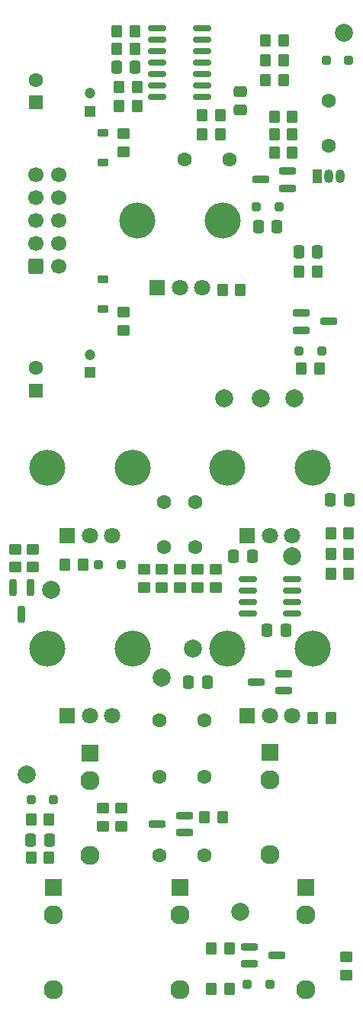
<source format=gbs>
G04 #@! TF.GenerationSoftware,KiCad,Pcbnew,8.0.2-1*
G04 #@! TF.CreationDate,2024-09-28T09:27:31+02:00*
G04 #@! TF.ProjectId,encore,656e636f-7265-42e6-9b69-6361645f7063,rev?*
G04 #@! TF.SameCoordinates,Original*
G04 #@! TF.FileFunction,Soldermask,Bot*
G04 #@! TF.FilePolarity,Negative*
%FSLAX46Y46*%
G04 Gerber Fmt 4.6, Leading zero omitted, Abs format (unit mm)*
G04 Created by KiCad (PCBNEW 8.0.2-1) date 2024-09-28 09:27:31*
%MOMM*%
%LPD*%
G01*
G04 APERTURE LIST*
G04 Aperture macros list*
%AMRoundRect*
0 Rectangle with rounded corners*
0 $1 Rounding radius*
0 $2 $3 $4 $5 $6 $7 $8 $9 X,Y pos of 4 corners*
0 Add a 4 corners polygon primitive as box body*
4,1,4,$2,$3,$4,$5,$6,$7,$8,$9,$2,$3,0*
0 Add four circle primitives for the rounded corners*
1,1,$1+$1,$2,$3*
1,1,$1+$1,$4,$5*
1,1,$1+$1,$6,$7*
1,1,$1+$1,$8,$9*
0 Add four rect primitives between the rounded corners*
20,1,$1+$1,$2,$3,$4,$5,0*
20,1,$1+$1,$4,$5,$6,$7,0*
20,1,$1+$1,$6,$7,$8,$9,0*
20,1,$1+$1,$8,$9,$2,$3,0*%
G04 Aperture macros list end*
%ADD10RoundRect,0.250000X-0.250000X-0.250000X0.250000X-0.250000X0.250000X0.250000X-0.250000X0.250000X0*%
%ADD11RoundRect,0.250000X0.250000X0.250000X-0.250000X0.250000X-0.250000X-0.250000X0.250000X-0.250000X0*%
%ADD12O,4.000000X4.000000*%
%ADD13R,1.800000X1.800000*%
%ADD14C,1.800000*%
%ADD15R,1.930000X1.830000*%
%ADD16C,2.130000*%
%ADD17RoundRect,0.250000X0.337500X0.475000X-0.337500X0.475000X-0.337500X-0.475000X0.337500X-0.475000X0*%
%ADD18RoundRect,0.250000X0.450000X-0.350000X0.450000X0.350000X-0.450000X0.350000X-0.450000X-0.350000X0*%
%ADD19C,1.600000*%
%ADD20RoundRect,0.250000X-0.600000X-0.600000X0.600000X-0.600000X0.600000X0.600000X-0.600000X0.600000X0*%
%ADD21C,1.700000*%
%ADD22RoundRect,0.250000X-0.450000X0.350000X-0.450000X-0.350000X0.450000X-0.350000X0.450000X0.350000X0*%
%ADD23RoundRect,0.250000X-0.337500X-0.475000X0.337500X-0.475000X0.337500X0.475000X-0.337500X0.475000X0*%
%ADD24RoundRect,0.250000X-0.350000X-0.450000X0.350000X-0.450000X0.350000X0.450000X-0.350000X0.450000X0*%
%ADD25RoundRect,0.250000X0.350000X0.450000X-0.350000X0.450000X-0.350000X-0.450000X0.350000X-0.450000X0*%
%ADD26R,1.600000X1.600000*%
%ADD27RoundRect,0.200000X-0.750000X-0.200000X0.750000X-0.200000X0.750000X0.200000X-0.750000X0.200000X0*%
%ADD28C,2.000000*%
%ADD29RoundRect,0.225000X0.375000X-0.225000X0.375000X0.225000X-0.375000X0.225000X-0.375000X-0.225000X0*%
%ADD30RoundRect,0.200000X0.750000X0.200000X-0.750000X0.200000X-0.750000X-0.200000X0.750000X-0.200000X0*%
%ADD31RoundRect,0.150000X0.825000X0.150000X-0.825000X0.150000X-0.825000X-0.150000X0.825000X-0.150000X0*%
%ADD32RoundRect,0.250000X0.475000X-0.337500X0.475000X0.337500X-0.475000X0.337500X-0.475000X-0.337500X0*%
%ADD33R,1.200000X1.200000*%
%ADD34C,1.200000*%
%ADD35RoundRect,0.150000X-0.825000X-0.150000X0.825000X-0.150000X0.825000X0.150000X-0.825000X0.150000X0*%
%ADD36RoundRect,0.200000X-0.200000X0.750000X-0.200000X-0.750000X0.200000X-0.750000X0.200000X0.750000X0*%
%ADD37R,1.050000X1.500000*%
%ADD38O,1.050000X1.500000*%
G04 APERTURE END LIST*
D10*
X77500000Y-157250000D03*
X80000000Y-157250000D03*
D11*
X56000000Y-136800000D03*
X53500000Y-136800000D03*
D12*
X75250000Y-120000000D03*
X84750000Y-120000000D03*
D13*
X77500000Y-127500000D03*
D14*
X80000000Y-127500000D03*
X82500000Y-127500000D03*
D15*
X80000000Y-131520000D03*
D16*
X80000000Y-142920000D03*
X80000000Y-134620000D03*
D12*
X75250000Y-100000000D03*
X84750000Y-100000000D03*
D13*
X77500000Y-107500000D03*
D14*
X80000000Y-107500000D03*
X82500000Y-107500000D03*
D15*
X60000000Y-131600000D03*
D16*
X60000000Y-143000000D03*
X60000000Y-134700000D03*
D12*
X55250000Y-120000000D03*
X64750000Y-120000000D03*
D13*
X57500000Y-127500000D03*
D14*
X60000000Y-127500000D03*
X62500000Y-127500000D03*
D12*
X65250000Y-72500000D03*
X74750000Y-72500000D03*
D13*
X67500000Y-80000000D03*
D14*
X70000000Y-80000000D03*
X72500000Y-80000000D03*
D12*
X55250000Y-100000000D03*
X64750000Y-100000000D03*
D13*
X57500000Y-107500000D03*
D14*
X60000000Y-107500000D03*
X62500000Y-107500000D03*
D15*
X56000000Y-146520000D03*
D16*
X56000000Y-157920000D03*
X56000000Y-149620000D03*
D15*
X70000000Y-146520000D03*
D16*
X70000000Y-157920000D03*
X70000000Y-149620000D03*
D15*
X84000000Y-146520000D03*
D16*
X84000000Y-157920000D03*
X84000000Y-149620000D03*
D17*
X78037500Y-109750000D03*
X75962500Y-109750000D03*
D11*
X88750000Y-54750000D03*
X86250000Y-54750000D03*
D18*
X61500000Y-139750000D03*
X61500000Y-137750000D03*
D19*
X70500000Y-65750000D03*
X75500000Y-65750000D03*
X67750000Y-134250000D03*
X72750000Y-134250000D03*
D20*
X54000000Y-77580000D03*
D21*
X56540000Y-77580000D03*
X54000000Y-75040000D03*
X56540000Y-75040000D03*
X54000000Y-72500000D03*
X56540000Y-72500000D03*
X54000000Y-69960000D03*
X56540000Y-69960000D03*
X54000000Y-67420000D03*
X56540000Y-67420000D03*
D22*
X88500000Y-154250000D03*
X88500000Y-156250000D03*
D23*
X53462500Y-141250000D03*
X55537500Y-141250000D03*
D24*
X83500000Y-89000000D03*
X85500000Y-89000000D03*
D25*
X74500000Y-63000000D03*
X72500000Y-63000000D03*
D26*
X54000000Y-91420000D03*
D19*
X54000000Y-88920000D03*
X72750000Y-128000000D03*
X67750000Y-128000000D03*
D27*
X83500000Y-84700000D03*
X83500000Y-82800000D03*
X86500000Y-83750000D03*
D18*
X53700000Y-111000000D03*
X53700000Y-109000000D03*
D10*
X83250000Y-87000000D03*
X85750000Y-87000000D03*
D28*
X76750000Y-149250000D03*
D24*
X79500000Y-54750000D03*
X81500000Y-54750000D03*
D22*
X68000000Y-111250000D03*
X68000000Y-113250000D03*
D25*
X81500000Y-57000000D03*
X79500000Y-57000000D03*
X88750000Y-107250000D03*
X86750000Y-107250000D03*
D28*
X88250000Y-51750000D03*
D29*
X61500000Y-82320000D03*
X61500000Y-79020000D03*
D18*
X63750000Y-64920000D03*
X63750000Y-62920000D03*
D23*
X79712500Y-118000000D03*
X81787500Y-118000000D03*
X78712500Y-73250000D03*
X80787500Y-73250000D03*
D22*
X51700000Y-109000000D03*
X51700000Y-111000000D03*
D30*
X81500000Y-122800000D03*
X81500000Y-124700000D03*
X78500000Y-123750000D03*
D18*
X63500000Y-139750000D03*
X63500000Y-137750000D03*
D31*
X82475000Y-112345000D03*
X82475000Y-113615000D03*
X82475000Y-114885000D03*
X82475000Y-116155000D03*
X77525000Y-116155000D03*
X77525000Y-114885000D03*
X77525000Y-113615000D03*
X77525000Y-112345000D03*
D25*
X82500000Y-65000000D03*
X80500000Y-65000000D03*
D22*
X72000000Y-111250000D03*
X72000000Y-113250000D03*
D26*
X54000000Y-59420000D03*
D19*
X54000000Y-56920000D03*
D28*
X79000000Y-92250000D03*
X55750000Y-113500000D03*
D22*
X63750000Y-82690000D03*
X63750000Y-84690000D03*
D25*
X55500000Y-139000000D03*
X53500000Y-139000000D03*
D10*
X61000000Y-110750000D03*
X63500000Y-110750000D03*
D28*
X74950000Y-92250000D03*
D32*
X76750000Y-60287500D03*
X76750000Y-58212500D03*
D25*
X74500000Y-60850000D03*
X72500000Y-60850000D03*
D28*
X53000000Y-134000000D03*
X68000000Y-123250000D03*
D22*
X74000000Y-111250000D03*
X74000000Y-113250000D03*
D17*
X85287500Y-76000000D03*
X83212500Y-76000000D03*
D10*
X78500000Y-71000000D03*
X81000000Y-71000000D03*
D19*
X86500000Y-64250000D03*
X86500000Y-59250000D03*
D24*
X63250000Y-59850000D03*
X65250000Y-59850000D03*
D33*
X60000000Y-60420000D03*
D34*
X60000000Y-58420000D03*
D24*
X53500000Y-143250000D03*
X55500000Y-143250000D03*
X73500000Y-153300000D03*
X75500000Y-153300000D03*
D19*
X71750000Y-103750000D03*
X71750000Y-108750000D03*
D35*
X67500000Y-58850000D03*
X67500000Y-57580000D03*
X67500000Y-56310000D03*
X67500000Y-55040000D03*
X67500000Y-53770000D03*
X67500000Y-52500000D03*
X67500000Y-51230000D03*
X72450000Y-51230000D03*
X72450000Y-52500000D03*
X72450000Y-53770000D03*
X72450000Y-55040000D03*
X72450000Y-56310000D03*
X72450000Y-57580000D03*
X72450000Y-58850000D03*
D25*
X88750000Y-109500000D03*
X86750000Y-109500000D03*
D24*
X79500000Y-52550000D03*
X81500000Y-52550000D03*
X80500000Y-63000000D03*
X82500000Y-63000000D03*
X63000000Y-53500000D03*
X65000000Y-53500000D03*
D29*
X61500000Y-66070000D03*
X61500000Y-62770000D03*
D28*
X71500000Y-120000000D03*
D36*
X51500000Y-113250000D03*
X53400000Y-113250000D03*
X52450000Y-116250000D03*
D25*
X65000000Y-51500000D03*
X63000000Y-51500000D03*
D33*
X60000000Y-89420000D03*
D34*
X60000000Y-87420000D03*
D24*
X86750000Y-111750000D03*
X88750000Y-111750000D03*
D37*
X85230000Y-67640000D03*
D38*
X86500000Y-67640000D03*
X87770000Y-67640000D03*
D25*
X65250000Y-57750000D03*
X63250000Y-57750000D03*
D24*
X72750000Y-138750000D03*
X74750000Y-138750000D03*
D23*
X86712500Y-103500000D03*
X88787500Y-103500000D03*
D30*
X82000000Y-67050000D03*
X82000000Y-68950000D03*
X79000000Y-68000000D03*
X70500000Y-138550000D03*
X70500000Y-140450000D03*
X67500000Y-139500000D03*
D28*
X82500000Y-109750000D03*
D24*
X57250000Y-110750000D03*
X59250000Y-110750000D03*
D18*
X66000000Y-113250000D03*
X66000000Y-111250000D03*
X70000000Y-113250000D03*
X70000000Y-111250000D03*
D17*
X73037500Y-123750000D03*
X70962500Y-123750000D03*
D19*
X68250000Y-108750000D03*
X68250000Y-103750000D03*
D17*
X65037500Y-55500000D03*
X62962500Y-55500000D03*
D28*
X82750000Y-92250000D03*
D25*
X75500000Y-157800000D03*
X73500000Y-157800000D03*
X85250000Y-78250000D03*
X83250000Y-78250000D03*
X82500000Y-61000000D03*
X80500000Y-61000000D03*
D27*
X77750000Y-155000000D03*
X77750000Y-153100000D03*
X80750000Y-154050000D03*
D25*
X86750000Y-127750000D03*
X84750000Y-127750000D03*
D19*
X72750000Y-143000000D03*
X67750000Y-143000000D03*
D25*
X76750000Y-80250000D03*
X74750000Y-80250000D03*
M02*

</source>
